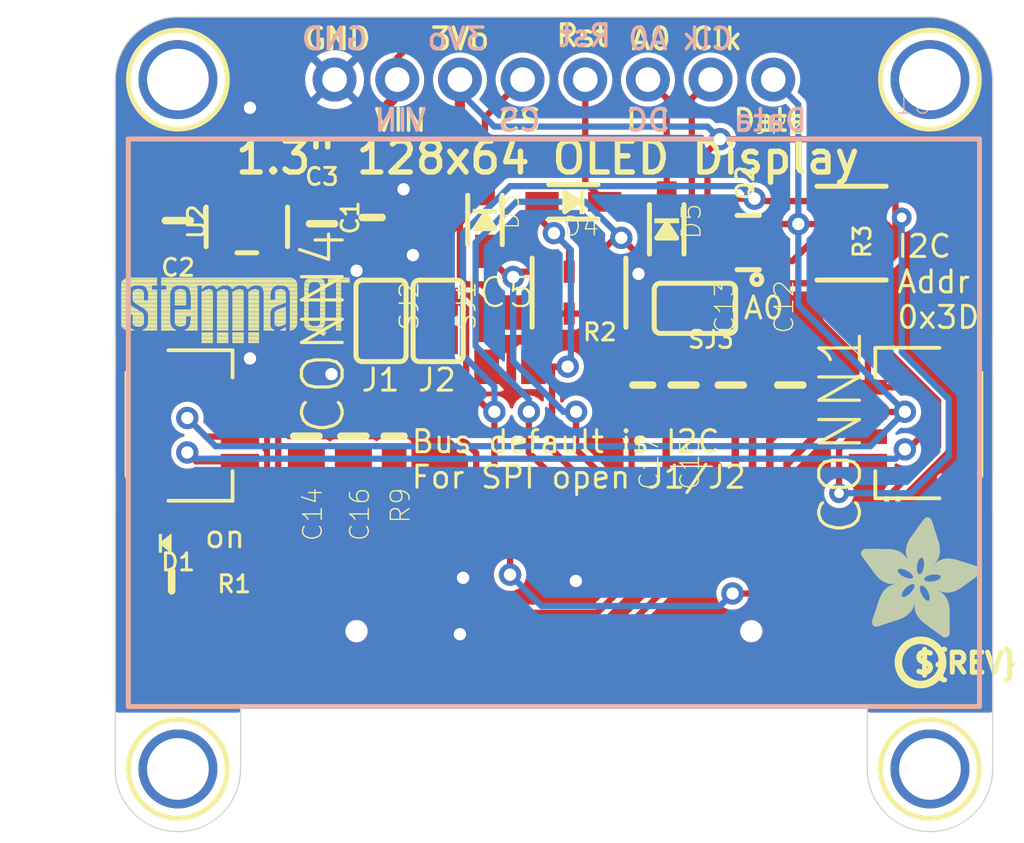
<source format=kicad_pcb>
(kicad_pcb (version 20221018) (generator pcbnew)
  (layers (0 "F.Cu" signal) (31 "B.Cu" signal) (34 "B.Paste" user) (35 "F.Paste" user) (36 "B.SilkS" user "B.Silkscreen") (37 "F.SilkS" user "F.Silkscreen") (38 "B.Mask" user) (39 "F.Mask" user) (44 "Edge.Cuts" user))
  (net 0 "")
  (net 1 "GND")
  (net 2 "SDA")
  (net 3 "SCL")
  (net 4 "3.3V")
  (net 5 "VCC")
  (net 6 "N$2")
  (net 7 "D0/SCLK/SCK_3.3V")
  (net 8 "D1/MOSI/SDA1_3.3V")
  (net 9 "N$9")
  (net 10 "CS_3.3V")
  (net 11 "RST_3.3V")
  (net 12 "DC/SA0_3.3V")
  (net 13 "CS_5.0V")
  (net 14 "RST_5.0V")
  (net 15 "DC/SA0_5.0V")
  (net 16 "N$10")
  (net 17 "N$11")
  (net 18 "N$12")
  (net 19 "N$13")
  (net 20 "N$14")
  (net 21 "N$15")
  (net 22 "N$16")
  (net 23 "N$17")
  (footprint "working:STEMMAQT" (layer "F.Cu") (at 130.9751 101.7016)
    (fp_text reference "U$31" hide)
    (fp_text value "" hide)
  )
  (footprint "working:0805-NO" (layer "F.Cu") (at 138.4681 105.4862 -90)
    (fp_text reference "C14")
    (fp_text value "10uF")
  )
  (footprint "working:MOUNTINGHOLE_2.5_PLATED" (layer "F.Cu") (at 163.7411 91.0336)
    (fp_text reference "U$17" hide)
    (fp_text value "MOUNTINGHOLE2.5" hide)
  )
  (footprint "working:0805-NO" (layer "F.Cu") (at 155.6695 103.4136 90)
    (fp_text reference "C13")
    (fp_text value "2.2uF")
  )
  (footprint "working:SOLDERJUMPER_CLOSEDWIRE" (layer "F.Cu") (at 143.8087 100.8126 -90)
    (fp_text reference "SJ1")
    (fp_text value "")
  )
  (footprint "working:PCBFEAT-REV-040" (layer "F.Cu") (at 163.3601 114.6556)
    (fp_text reference "U$25" hide)
    (fp_text value "" hide)
  )
  (footprint "working:SOT23" (layer "F.Cu") (at 146.7231 101.5746)
    (fp_text reference "IC5")
    (fp_text value "APX803")
  )
  (footprint "working:ADAFRUIT_5MM" (layer "F.Cu") (at 160.9471 113.6396)
    (fp_text reference "U$8" hide)
    (fp_text value "" hide)
  )
  (footprint "working:SOD-323" (layer "F.Cu") (at 149.2885 95.9866 180)
    (fp_text reference "D4")
    (fp_text value "1N4148")
  )
  (footprint "working:RESPACK_4X0603" (layer "F.Cu") (at 160.5661 97.2566 90)
    (fp_text reference "R3")
    (fp_text value "10K")
  )
  (footprint "working:SOD-323" (layer "F.Cu") (at 145.7071 96.7232 -90)
    (fp_text reference "D3")
    (fp_text value "1N4148")
  )
  (footprint "working:0603-NO" (layer "F.Cu") (at 133.0071 111.3536)
    (fp_text reference "R1")
    (fp_text value "10K")
  )
  (footprint "working:0805-NO" (layer "F.Cu") (at 158.0825 103.4136 90)
    (fp_text reference "C12")
    (fp_text value "2.2uF")
  )
  (footprint "working:SOLDERJUMPER_CLOSEDWIRE" (layer "F.Cu") (at 141.4935 100.8126 -90)
    (fp_text reference "SJ2")
    (fp_text value "")
  )
  (footprint "working:0805-NO" (layer "F.Cu") (at 153.7565 103.4136 -90)
    (fp_text reference "C15")
    (fp_text value "10uF")
  )
  (footprint "working:0603-NO" (layer "F.Cu") (at 142.0241 105.4862 -90)
    (fp_text reference "R9")
    (fp_text value "390K")
  )
  (footprint "working:0603-NO" (layer "F.Cu") (at 152.1055 103.4136 -90)
    (fp_text reference "C17")
    (fp_text value "1uF")
  )
  (footprint "working:CHIPLED_0603_NOOUTLINE" (layer "F.Cu") (at 132.7531 109.8296 90)
    (fp_text reference "D1")
    (fp_text value "GREEN")
  )
  (footprint "working:0805-NO" (layer "F.Cu") (at 139.1031 96.8756 90)
    (fp_text reference "C3")
    (fp_text value "10uF")
  )
  (footprint "working:0805-NO" (layer "F.Cu") (at 133.2611 96.7486 -90)
    (fp_text reference "C2")
    (fp_text value "10uF")
  )
  (footprint "working:0603-NO" (layer "F.Cu") (at 141.1351 96.6216 90)
    (fp_text reference "C1")
    (fp_text value "0.1uF")
  )
  (footprint "working:JST_SH4" (layer "F.Cu") (at 163.7411 105.0036 90)
    (fp_text reference "CONN1")
    (fp_text value "STEMMA_I2C_QT" hide)
  )
  (footprint "working:SOLDERJUMPER_ARROW_NOPASTE" (layer "F.Cu") (at 154.2161 100.3046 180)
    (fp_text reference "SJ3")
    (fp_text value "")
  )
  (footprint "working:SOT363" (layer "F.Cu") (at 156.3751 97.6376 90)
    (fp_text reference "Q2")
    (fp_text value "BSS138")
  )
  (footprint "working:SOD-323" (layer "F.Cu") (at 153.0731 97.1042 -90)
    (fp_text reference "D5")
    (fp_text value "1N4148")
  )
  (footprint "working:MOUNTINGHOLE_2.5_PLATED" (layer "F.Cu") (at 163.7411 118.9736)
    (fp_text reference "U$21" hide)
    (fp_text value "MOUNTINGHOLE2.5" hide)
  )
  (footprint "working:RESPACK_4X0603" (layer "F.Cu") (at 149.5171 99.6696 180)
    (fp_text reference "R2")
    (fp_text value "10K")
  )
  (footprint "working:SOT23-5" (layer "F.Cu") (at 136.0551 97.0026 180)
    (fp_text reference "U2")
    (fp_text value "AP2112K-3.3")
  )
  (footprint "working:0805-NO" (layer "F.Cu") (at 140.3731 105.4862 -90)
    (fp_text reference "C16")
    (fp_text value "10uF")
  )
  (footprint "working:JST_SH4" (layer "F.Cu") (at 133.2611 105.0036 -90)
    (fp_text reference "CONN4")
    (fp_text value "STEMMA_I2C_QT" hide)
  )
  (footprint "working:FIDUCIAL_1MM" (layer "F.Cu") (at 133.0071 113.5761)
    (fp_text reference "FID3" hide)
    (fp_text value "FIDUCIAL_1MM" hide)
  )
  (footprint "working:MOUNTINGHOLE_2.5_PLATED" (layer "F.Cu") (at 133.2611 91.0336)
    (fp_text reference "U$1" hide)
    (fp_text value "MOUNTINGHOLE2.5" hide)
  )
  (footprint "working:1X08_ROUND_70" (layer "F.Cu") (at 148.5011 91.0336 180)
    (fp_text reference "JP2")
    (fp_text value "")
  )
  (footprint "working:FIDUCIAL_1MM" (layer "F.Cu") (at 164.5031 95.6945)
    (fp_text reference "FID4" hide)
    (fp_text value "FIDUCIAL_1MM" hide)
  )
  (footprint "working:MOUNTINGHOLE_2.5_PLATED" (layer "F.Cu") (at 133.2611 118.9736)
    (fp_text reference "U$19" hide)
    (fp_text value "MOUNTINGHOLE2.5" hide)
  )
  (footprint "working:UG-2864HSWEG01_1.3_WRAPAROUND" (layer "B.Cu") (at 148.5011 108.9406 180)
    (fp_text reference "U1")
    (fp_text value "UG-2864HSWEG01")
  )
  (gr_line (start 130.7211 91.0336) (end 130.7211 118.9736) (stroke (width 0.05)) (layer "Edge.Cuts"))
  (gr_line (start 161.2011 116.4336) (end 161.2011 118.9736) (stroke (width 0.05)) (layer "Edge.Cuts"))
  (gr_line (start 135.8011 118.9736) (end 135.8011 116.4336) (stroke (width 0.05)) (layer "Edge.Cuts"))
  (gr_line (start 163.7411 88.4936) (end 133.2611 88.4936) (stroke (width 0.05)) (layer "Edge.Cuts"))
  (gr_arc (start 166.2811 118.9736) (mid 165.537151 120.769651) (end 163.7411 121.5136) (stroke (width 0.05)) (layer "Edge.Cuts"))
  (gr_arc (start 163.7411 88.4936) (mid 165.537151 89.237549) (end 166.2811 91.0336) (stroke (width 0.05)) (layer "Edge.Cuts"))
  (gr_line (start 135.8011 116.4336) (end 161.2011 116.4336) (stroke (width 0.05)) (layer "Edge.Cuts"))
  (gr_arc (start 135.8011 118.9736) (mid 135.057151 120.769651) (end 133.2611 121.5136) (stroke (width 0.05)) (layer "Edge.Cuts"))
  (gr_arc (start 133.2611 121.5136) (mid 131.465049 120.769651) (end 130.7211 118.9736) (stroke (width 0.05)) (layer "Edge.Cuts"))
  (gr_arc (start 163.7411 121.5136) (mid 161.945049 120.769651) (end 161.2011 118.9736) (stroke (width 0.05)) (layer "Edge.Cuts"))
  (gr_line (start 166.2811 118.9736) (end 166.2811 91.0336) (stroke (width 0.05)) (layer "Edge.Cuts"))
  (gr_arc (start 130.7211 91.0336) (mid 131.465049 89.237549) (end 133.2611 88.4936) (stroke (width 0.05)) (layer "Edge.Cuts"))
  (gr_text "Data" (at 157.2641 92.6846) (layer "B.SilkS") (effects (font (size 0.87376 0.87376) (thickness 0.14224)) (justify mirror)))
  (gr_text "GND" (at 139.6111 89.3826) (layer "B.SilkS") (effects (font (size 0.87376 0.87376) (thickness 0.14224)) (justify mirror)))
  (gr_text "Clk" (at 154.7241 89.3826) (layer "B.SilkS") (effects (font (size 0.87376 0.87376) (thickness 0.14224)) (justify mirror)))
  (gr_text "3Vo" (at 144.5641 89.3826) (layer "B.SilkS") (effects (font (size 0.87376 0.87376) (thickness 0.14224)) (justify mirror)))
  (gr_text "CS" (at 147.1041 92.6846) (layer "B.SilkS") (effects (font (size 0.87376 0.87376) (thickness 0.14224)) (justify mirror)))
  (gr_text "VIN" (at 142.2781 92.6846) (layer "B.SilkS") (effects (font (size 0.87376 0.87376) (thickness 0.14224)) (justify mirror)))
  (gr_text "Rst" (at 149.7711 89.2556) (layer "B.SilkS") (effects (font (size 0.87376 0.87376) (thickness 0.14224)) (justify mirror)))
  (gr_text "A0" (at 152.3111 89.3826) (layer "B.SilkS") (effects (font (size 0.87376 0.87376) (thickness 0.14224)) (justify mirror)))
  (gr_text "DC" (at 152.3111 92.6846) (layer "B.SilkS") (effects (font (size 0.87376 0.87376) (thickness 0.14224)) (justify mirror)))
  (gr_text "3Vo" (at 144.6911 89.3826) (layer "F.SilkS") (effects (font (size 0.87376 0.87376) (thickness 0.14224))))
  (gr_text "GND" (at 139.7381 89.3826) (layer "F.SilkS") (effects (font (size 0.87376 0.87376) (thickness 0.14224))))
  (gr_text "A0" (at 152.4381 89.3826) (layer "F.SilkS") (effects (font (size 0.87376 0.87376) (thickness 0.14224))))
  (gr_text "A0" (at 156.1211 100.8126) (layer "F.SilkS") (effects (font (size 0.89408 0.89408) (thickness 0.12192)) (justify left bottom)))
  (gr_text "DC" (at 152.3111 92.6846) (layer "F.SilkS") (effects (font (size 0.87376 0.87376) (thickness 0.14224))))
  (gr_text "Bus default is I2C\nFor SPI open J1/J2" (at 142.6591 107.6706) (layer "F.SilkS") (effects (font (size 0.89408 0.89408) (thickness 0.12192)) (justify left bottom)))
  (gr_text "on" (at 134.2771 110.0836) (layer "F.SilkS") (effects (font (size 0.89408 0.89408) (thickness 0.12192)) (justify left bottom)))
  (gr_text "J1" (at 140.6271 103.7336) (layer "F.SilkS") (effects (font (size 0.89408 0.89408) (thickness 0.12192)) (justify left bottom)))
  (gr_text "VIN" (at 142.2781 92.6846) (layer "F.SilkS") (effects (font (size 0.87376 0.87376) (thickness 0.14224))))
  (gr_text "I2C\nAddr\n0x3D" (at 162.3441 101.1936) (layer "F.SilkS") (effects (font (size 0.89408 0.89408) (thickness 0.12192)) (justify left bottom)))
  (gr_text "Data" (at 157.2641 92.6846) (layer "F.SilkS") (effects (font (size 0.87376 0.87376) (thickness 0.14224))))
  (gr_text "CS" (at 147.1041 92.6846) (layer "F.SilkS") (effects (font (size 0.87376 0.87376) (thickness 0.14224))))
  (gr_text "J2" (at 142.9131 103.7336) (layer "F.SilkS") (effects (font (size 0.89408 0.89408) (thickness 0.12192)) (justify left bottom)))
  (gr_text "1.3\" 128x64 OLED Display" (at 148.2471 94.2086) (layer "F.SilkS") (effects (font (size 1.25222 1.25222) (thickness 0.22098))))
  (gr_text "Clk" (at 155.1051 89.3826) (layer "F.SilkS") (effects (font (size 0.87376 0.87376) (thickness 0.14224))))
  (gr_text "Rst" (at 149.6441 89.2556) (layer "F.SilkS") (effects (font (size 0.87376 0.87376) (thickness 0.14224))))
  (via (at 139.4841 102.9716) (size 0.9064) (drill 0.5) (layers "F.Cu" "B.Cu") (net 1))
  (via (at 142.4051 95.4786) (size 0.9064) (drill 0.5) (layers "F.Cu" "B.Cu") (net 1))
  (via (at 149.3901 111.3536) (size 0.9064) (drill 0.5) (layers "F.Cu" "B.Cu") (net 1))
  (via (at 140.5001 98.7806) (size 0.9064) (drill 0.5) (layers "F.Cu" "B.Cu") (net 1))
  (via (at 144.6911 113.5126) (size 0.9064) (drill 0.5) (layers "F.Cu" "B.Cu") (net 1))
  (via (at 136.1821 102.3366) (size 0.9064) (drill 0.5) (layers "F.Cu" "B.Cu") (net 1))
  (via (at 142.7861 98.1456) (size 0.9064) (drill 0.5) (layers "F.Cu" "B.Cu") (net 1))
  (via (at 136.1821 92.1766) (size 0.9064) (drill 0.5) (layers "F.Cu" "B.Cu") (net 1))
  (via (at 144.8181 111.2266) (size 0.9064) (drill 0.5) (layers "F.Cu" "B.Cu") (net 1))
  (via (at 151.9301 98.9076) (size 0.9064) (drill 0.5) (layers "F.Cu" "B.Cu") (net 1))
  (segment (start 161.2271 104.5036) (end 162.7171 104.5036) (width 0.254) (layer "F.Cu") (net 2))
  (segment (start 162.7171 104.5036) (end 162.7251 104.4956) (width 0.254) (layer "F.Cu") (net 2))
  (segment (start 158.4071 96.8876) (end 157.2751 96.8876) (width 0.254) (layer "F.Cu") (net 2))
  (segment (start 134.3961 105.5036) (end 133.6421 104.7496) (width 0.254) (layer "F.Cu") (net 2))
  (segment (start 159.6851 96.8876) (end 159.7161 96.8566) (width 0.254) (layer "F.Cu") (net 2))
  (segment (start 158.4071 96.8876) (end 159.6851 96.8876) (width 0.254) (layer "F.Cu") (net 2))
  (segment (start 135.7751 105.5036) (end 134.3961 105.5036) (width 0.254) (layer "F.Cu") (net 2))
  (via (at 133.6421 104.7496) (size 0.9064) (drill 0.5) (layers "F.Cu" "B.Cu") (net 2))
  (via (at 158.4071 96.8876) (size 0.9064) (drill 0.5) (layers "F.Cu" "B.Cu") (net 2))
  (via (at 162.7251 104.4956) (size 0.9064) (drill 0.5) (layers "F.Cu" "B.Cu") (net 2))
  (segment (start 133.6421 104.7496) (end 134.7851 105.8926) (width 0.254) (layer "B.Cu") (net 2))
  (segment (start 134.7851 105.8926) (end 161.3281 105.8926) (width 0.254) (layer "B.Cu") (net 2))
  (segment (start 158.4071 92.0496) (end 157.3911 91.0336) (width 0.254) (layer "B.Cu") (net 2))
  (segment (start 162.7251 104.4956) (end 158.4071 100.1776) (width 0.254) (layer "B.Cu") (net 2))
  (segment (start 158.4071 100.1776) (end 158.4071 96.8876) (width 0.254) (layer "B.Cu") (net 2))
  (segment (start 158.4071 96.8876) (end 158.4071 92.0496) (width 0.254) (layer "B.Cu") (net 2))
  (segment (start 161.3281 105.8926) (end 162.7251 104.4956) (width 0.254) (layer "B.Cu") (net 2))
  (segment (start 163.6141 104.2416) (end 162.8761 103.5036) (width 0.254) (layer "F.Cu") (net 3))
  (segment (start 161.2271 102.1066) (end 161.2271 103.5036) (width 0.254) (layer "F.Cu") (net 3))
  (segment (start 162.7251 106.0196) (end 162.7886 106.0831) (width 0.254) (layer "F.Cu") (net 3))
  (segment (start 135.7751 106.5036) (end 133.9991 106.5036) (width 0.254) (layer "F.Cu") (net 3))
  (segment (start 162.8761 103.5036) (end 161.2271 103.5036) (width 0.254) (layer "F.Cu") (net 3))
  (segment (start 154.0891 91.7956) (end 154.8511 91.0336) (width 0.254) (layer "F.Cu") (net 3))
  (segment (start 158.9841 99.2886) (end 159.7161 98.5566) (width 0.254) (layer "F.Cu") (net 3))
  (segment (start 156.2481 99.2886) (end 155.4751 98.5156) (width 0.254) (layer "F.Cu") (net 3))
  (segment (start 163.6141 105.2576) (end 162.7886 106.0831) (width 0.254) (layer "F.Cu") (net 3))
  (segment (start 159.7161 98.5566) (end 159.7161 100.5956) (width 0.254) (layer "F.Cu") (net 3))
  (segment (start 154.8391 98.3876) (end 154.0891 97.6376) (width 0.254) (layer "F.Cu") (net 3))
  (segment (start 155.4751 98.3876) (end 154.8391 98.3876) (width 0.254) (layer "F.Cu") (net 3))
  (segment (start 161.2271 102.1066) (end 159.7161 100.5956) (width 0.254) (layer "F.Cu") (net 3))
  (segment (start 154.0891 97.6376) (end 154.0891 91.7956) (width 0.254) (layer "F.Cu") (net 3))
  (segment (start 133.9991 106.5036) (end 133.6421 106.1466) (width 0.254) (layer "F.Cu") (net 3))
  (segment (start 155.4751 98.5156) (end 155.4751 98.3876) (width 0.254) (layer "F.Cu") (net 3))
  (segment (start 163.6141 105.2576) (end 163.6141 104.2416) (width 0.254) (layer "F.Cu") (net 3))
  (segment (start 156.2481 99.2886) (end 158.9841 99.2886) (width 0.254) (layer "F.Cu") (net 3))
  (via (at 162.7251 106.0196) (size 0.9064) (drill 0.5) (layers "F.Cu" "B.Cu") (net 3))
  (via (at 133.6421 106.1466) (size 0.9064) (drill 0.5) (layers "F.Cu" "B.Cu") (net 3))
  (segment (start 162.3441 106.4006) (end 133.8961 106.4006) (width 0.254) (layer "B.Cu") (net 3))
  (segment (start 162.3441 106.4006) (end 162.7251 106.0196) (width 0.254) (layer "B.Cu") (net 3))
  (segment (start 133.6421 106.1466) (end 133.8961 106.4006) (width 0.254) (layer "B.Cu") (net 3))
  (segment (start 149.9171 100.5196) (end 149.8981 100.5196) (width 0.254) (layer "F.Cu") (net 4))
  (segment (start 138.626 98.3027) (end 137.0051 98.3027) (width 0.4064) (layer "F.Cu") (net 4))
  (segment (start 158.9061 93.4466) (end 155.2321 93.4466) (width 0.254) (layer "F.Cu") (net 4))
  (segment (start 155.1051 97.6376) (end 154.7241 97.2566) (width 0.254) (layer "F.Cu") (net 4))
  (segment (start 144.6911 96.7486) (end 144.3491 97.0906) (width 0.4064) (layer "F.Cu") (net 4))
  (segment (start 144.6911 91.0336) (end 144.6911 96.6216) (width 0.4064) (layer "F.Cu") (net 4))
  (segment (start 144.6911 96.6216) (end 144.6911 96.7486) (width 0.4064) (layer "F.Cu") (net 4))
  (segment (start 133.5031 109.8296) (end 134.7851 109.8296) (width 0.254) (layer "F.Cu") (net 4))
  (segment (start 141.3891 99.9462) (end 141.3891 97.4716) (width 0.4064) (layer "F.Cu") (net 4))
  (segment (start 149.1171 100.5196) (end 148.2171 100.5196) (width 0.254) (layer "F.Cu") (net 4))
  (segment (start 153.0511 109.1406) (end 153.0511 108.8136) (width 0.3048) (layer "F.Cu") (net 4))
  (segment (start 160.5661 97.2566) (end 160.5661 96.3676) (width 0.254) (layer "F.Cu") (net 4))
  (segment (start 141.4935 100.0506) (end 141.3891 99.9462) (width 0.4064) (layer "F.Cu") (net 4))
  (segment (start 154.7241 93.9546) (end 155.2321 93.4466) (width 0.254) (layer "F.Cu") (net 4))
  (segment (start 160.9771 95.9566) (end 161.4161 95.9566) (width 0.254) (layer "F.Cu") (net 4))
  (segment (start 161.4161 97.6566) (end 160.9661 97.6566) (width 0.254) (layer "F.Cu") (net 4))
  (segment (start 151.1681 104.1146) (end 151.1681 101.9556) (width 0.254) (layer "F.Cu") (net 4))
  (segment (start 155.4751 97.6376) (end 155.1051 97.6376) (width 0.254) (layer "F.Cu") (net 4))
  (segment (start 153.0511 111.6296) (end 153.0511 108.8136) (width 0.254) (layer "F.Cu") (net 4))
  (segment (start 146.7681 100.5196) (end 146.7231 100.4746) (width 0.254) (layer "F.Cu") (net 4))
  (segment (start 141.1351 97.4716) (end 139.3571 97.4716) (width 0.4064) (layer "F.Cu") (net 4))
  (segment (start 139.1031 97.8256) (end 138.626 98.3027) (width 0.4064) (layer "F.Cu") (net 4))
  (segment (start 149.8981 99.9236) (end 149.8981 100.5196) (width 0.254) (layer "F.Cu") (net 4))
  (segment (start 154.7241 97.2566) (end 154.7241 93.9546) (width 0.254) (layer "F.Cu") (net 4))
  (segment (start 151.4919 99.7394) (end 150.0823 99.7394) (width 0.254) (layer "F.Cu") (net 4))
  (segment (start 160.9661 97.6566) (end 160.5661 97.2566) (width 0.254) (layer "F.Cu") (net 4))
  (segment (start 152.1055 104.2636) (end 151.3171 104.2636) (width 0.254) (layer "F.Cu") (net 4))
  (segment (start 152.1055 104.2636) (end 153.6565 104.2636) (width 0.4064) (layer "F.Cu") (net 4))
  (segment (start 148.2171 100.5196) (end 146.7681 100.5196) (width 0.254) (layer "F.Cu") (net 4))
  (segment (start 155.1511 106.7006) (end 154.9781 106.5276) (width 0.3048) (layer "F.Cu") (net 4))
  (segment (start 150.1521 114.5286) (end 153.0511 111.6296) (width 0.254) (layer "F.Cu") (net 4))
  (segment (start 160.5661 96.3676) (end 160.9771 95.9566) (width 0.254) (layer "F.Cu") (net 4))
  (segment (start 144.6911 99.0776) (end 144.6911 96.6216) (width 0.254) (layer "F.Cu") (net 4))
  (segment (start 145.5801 99.3316) (end 144.9451 99.3316) (width 0.254) (layer "F.Cu") (net 4))
  (segment (start 151.8031 100.0506) (end 151.4919 99.7394) (width 0.254) (layer "F.Cu") (net 4))
  (segment (start 144.3491 97.0906) (end 141.3891 97.0906) (width 0.4064) (layer "F.Cu") (net 4))
  (segment (start 153.0511 104.869) (end 153.6565 104.2636) (width 0.3048) (layer "F.Cu") (net 4))
  (segment (start 144.9451 99.3316) (end 144.6911 99.0776) (width 0.254) (layer "F.Cu") (net 4))
  (segment (start 139.1031 97.7256) (end 139.1031 97.8256) (width 0.4064) (layer "F.Cu") (net 4))
  (segment (start 150.0823 99.7394) (end 149.8981 99.9236) (width 0.254) (layer "F.Cu") (net 4))
  (segment (start 149.8981 100.5196) (end 149.1171 100.5196) (width 0.254) (layer "F.Cu") (net 4))
  (segment (start 139.3571 97.4716) (end 139.1031 97.7256) (width 0.4064) (layer "F.Cu") (net 4))
  (segment (start 141.3891 97.4716) (end 141.1351 97.4716) (width 0.4064) (layer "F.Cu") (net 4))
  (segment (start 151.1681 101.9556) (end 151.8031 101.3206) (width 0.254) (layer "F.Cu") (net 4))
  (segment (start 157.2751 97.6376) (end 155.4751 97.6376) (width 0.254) (layer "F.Cu") (net 4))
  (segment (start 153.0511 108.8136) (end 153.0511 106.5276) (width 0.3048) (layer "F.Cu") (net 4))
  (segment (start 161.4161 95.9566) (end 158.9061 93.4466) (width 0.254) (layer "F.Cu") (net 4))
  (segment (start 151.3171 104.2636) (end 151.1681 104.1146) (width 0.254) (layer "F.Cu") (net 4))
  (segment (start 139.4841 114.5286) (end 150.1521 114.5286) (width 0.254) (layer "F.Cu") (net 4))
  (segment (start 141.3891 97.4716) (end 141.3891 97.0906) (width 0.4064) (layer "F.Cu") (net 4))
  (segment (start 134.7851 109.8296) (end 139.4841 114.5286) (width 0.254) (layer "F.Cu") (net 4))
  (segment (start 153.6565 104.2636) (end 153.7565 104.3636) (width 0.4064) (layer "F.Cu") (net 4))
  (segment (start 155.1511 109.1406) (end 155.1511 106.7006) (width 0.3048) (layer "F.Cu") (net 4))
  (segment (start 146.7231 100.4746) (end 145.5801 99.3316) (width 0.254) (layer "F.Cu") (net 4))
  (segment (start 151.8031 101.3206) (end 151.8031 100.0506) (width 0.254) (layer "F.Cu") (net 4))
  (segment (start 153.0511 106.5276) (end 153.0511 104.869) (width 0.3048) (layer "F.Cu") (net 4))
  (segment (start 154.9781 106.5276) (end 153.0511 106.5276) (width 0.3048) (layer "F.Cu") (net 4))
  (via (at 155.2321 93.4466) (size 0.9064) (drill 0.5) (layers "F.Cu" "B.Cu") (net 4))
  (segment (start 154.7241 92.9386) (end 146.0881 92.9386) (width 0.254) (layer "B.Cu") (net 4))
  (segment (start 155.2321 93.4466) (end 154.7241 92.9386) (width 0.254) (layer "B.Cu") (net 4))
  (segment (start 146.0881 92.9386) (end 144.6911 91.5416) (width 0.254) (layer "B.Cu") (net 4))
  (segment (start 144.6911 91.5416) (end 144.6911 91.0336) (width 0.254) (layer "B.Cu") (net 4))
  (segment (start 158.0261 89.7636) (end 162.3441 94.0816) (width 0.254) (layer "F.Cu") (net 5))
  (segment (start 142.1511 91.0336) (end 142.1511 90.1446) (width 0.254) (layer "F.Cu") (net 5))
  (segment (start 142.1511 90.1446) (end 142.5321 89.7636) (width 0.254) (layer "F.Cu") (net 5))
  (segment (start 161.9441 96.8566) (end 162.3441 97.2566) (width 0.254) (layer "F.Cu") (net 5))
  (segment (start 133.8961 100.6856) (end 133.8961 103.7336) (width 0.4064) (layer "F.Cu") (net 5))
  (segment (start 162.3441 97.2566) (end 162.3441 98.1456) (width 0.254) (layer "F.Cu") (net 5))
  (segment (start 131.9911 96.2406) (end 131.9911 98.7806) (width 0.4064) (layer "F.Cu") (net 5))
  (segment (start 162.3441 97.2566) (end 162.3441 96.8756) (width 0.254) (layer "F.Cu") (net 5))
  (segment (start 135.1051 95.7025) (end 133.3572 95.7025) (width 0.4064) (layer "F.Cu") (net 5))
  (segment (start 131.9911 96.2406) (end 132.4331 95.7986) (width 0.4064) (layer "F.Cu") (net 5))
  (segment (start 137.5791 93.3196) (end 140.5001 93.3196) (width 0.4064) (layer "F.Cu") (net 5))
  (segment (start 161.4161 96.8566) (end 161.9441 96.8566) (width 0.254) (layer "F.Cu") (net 5))
  (segment (start 135.1051 96.4336) (end 135.4201 96.7486) (width 0.4064) (layer "F.Cu") (net 5))
  (segment (start 162.3441 96.8756) (end 162.4711 96.7486) (width 0.254) (layer "F.Cu") (net 5))
  (segment (start 160.0581 107.7976) (end 160.0581 106.0196) (width 0.254) (layer "F.Cu") (net 5))
  (segment (start 135.1051 95.7025) (end 135.1051 96.4336) (width 0.4064) (layer "F.Cu") (net 5))
  (segment (start 162.3441 98.1456) (end 161.9331 98.5566) (width 0.254) (layer "F.Cu") (net 5))
  (segment (start 162.3441 94.0816) (end 162.3441 96.7486) (width 0.254) (layer "F.Cu") (net 5))
  (segment (start 133.2611 95.7986) (end 133.3572 95.7025) (width 0.4064) (layer "F.Cu") (net 5))
  (segment (start 135.4201 96.7486) (end 136.5631 96.7486) (width 0.4064) (layer "F.Cu") (net 5))
  (segment (start 142.1511 91.6686) (end 142.1511 91.0336) (width 0.4064) (layer "F.Cu") (net 5))
  (segment (start 162.4711 96.7486) (end 162.5981 96.6216) (width 0.254) (layer "F.Cu") (net 5))
  (segment (start 134.6661 104.5036) (end 135.7751 104.5036) (width 0.4064) (layer "F.Cu") (net 5))
  (segment (start 137.0051 95.7025) (end 137.0051 93.8936) (width 0.4064) (layer "F.Cu") (net 5))
  (segment (start 132.4331 95.7986) (end 133.2611 95.7986) (width 0.4064) (layer "F.Cu") (net 5))
  (segment (start 137.0051 96.3066) (end 137.0051 95.7025) (width 0.4064) (layer "F.Cu") (net 5))
  (segment (start 131.9911 98.7806) (end 133.8961 100.6856) (width 0.4064) (layer "F.Cu") (net 5))
  (segment (start 160.0581 106.0196) (end 160.5741 105.5036) (width 0.254) (layer "F.Cu") (net 5))
  (segment (start 162.4711 96.7486) (end 162.3441 96.7486) (width 0.254) (layer "F.Cu") (net 5))
  (segment (start 142.5321 89.7636) (end 158.0261 89.7636) (width 0.254) (layer "F.Cu") (net 5))
  (segment (start 137.0051 93.8936) (end 137.5791 93.3196) (width 0.4064) (layer "F.Cu") (net 5))
  (segment (start 140.5001 93.3196) (end 142.1511 91.6686) (width 0.4064) (layer "F.Cu") (net 5))
  (segment (start 160.5741 105.5036) (end 161.2271 105.5036) (width 0.254) (layer "F.Cu") (net 5))
  (segment (start 133.8961 103.7336) (end 134.6661 104.5036) (width 0.4064) (layer "F.Cu") (net 5))
  (segment (start 161.9331 98.5566) (end 161.4161 98.5566) (width 0.254) (layer "F.Cu") (net 5))
  (segment (start 136.5631 96.7486) (end 137.0051 96.3066) (width 0.4064) (layer "F.Cu") (net 5))
  (via (at 162.5981 96.6216) (size 0.8001) (drill 0.3937) (layers "F.Cu" "B.Cu") (net 5))
  (via (at 160.0581 107.7976) (size 0.8001) (drill 0.3937) (layers "F.Cu" "B.Cu") (net 5))
  (segment (start 164.5031 106.2736) (end 162.9791 107.7976) (width 0.254) (layer "B.Cu") (net 5))
  (segment (start 162.5981 102.0826) (end 164.5031 103.9876) (width 0.254) (layer "B.Cu") (net 5))
  (segment (start 162.9791 107.7976) (end 160.0581 107.7976) (width 0.254) (layer "B.Cu") (net 5))
  (segment (start 164.5031 103.9876) (end 164.5031 106.2736) (width 0.254) (layer "B.Cu") (net 5))
  (segment (start 162.5981 96.6216) (end 162.5981 102.0826) (width 0.254) (layer "B.Cu") (net 5))
  (segment (start 132.0031 111.1996) (end 132.0031 109.8296) (width 0.254) (layer "F.Cu") (net 6))
  (segment (start 132.1571 111.3536) (end 132.0031 111.1996) (width 0.254) (layer "F.Cu") (net 6))
  (segment (start 162.2171 108.6866) (end 159.0421 111.8616) (width 0.254) (layer "F.Cu") (net 7))
  (segment (start 159.0421 111.8616) (end 155.7401 111.8616) (width 0.254) (layer "F.Cu") (net 7))
  (segment (start 160.6359 98.334425) (end 160.6359 100.616819) (width 0.254) (layer "F.Cu") (net 7))
  (segment (start 158.1651 98.3876) (end 158.9151 97.6376) (width 0.254) (layer "F.Cu") (net 7))
  (segment (start 162.2171 107.7625) (end 162.2171 108.6866) (width 0.254) (layer "F.Cu") (net 7))
  (segment (start 164.0713 104.052219) (end 164.0713 105.9083) (width 0.254) (layer "F.Cu") (net 7))
  (segment (start 160.6359 100.616819) (end 164.0713 104.052219) (width 0.254) (layer "F.Cu") (net 7))
  (segment (start 146.7231 111.0996) (end 146.7231 109.1686) (width 0.254) (layer "F.Cu") (net 7))
  (segment (start 157.2751 98.3876) (end 158.1651 98.3876) (width 0.254) (layer "F.Cu") (net 7))
  (segment (start 164.0713 105.9083) (end 162.2171 107.7625) (width 0.254) (layer "F.Cu") (net 7))
  (segment (start 158.9151 97.6376) (end 159.6971 97.6376) (width 0.254) (layer "F.Cu") (net 7))
  (segment (start 159.958075 97.6566) (end 160.6359 98.334425) (width 0.254) (layer "F.Cu") (net 7))
  (segment (start 159.7161 97.6566) (end 159.958075 97.6566) (width 0.254) (layer "F.Cu") (net 7))
  (segment (start 146.7231 109.1686) (end 146.7511 109.1406) (width 0.254) (layer "F.Cu") (net 7))
  (segment (start 159.6971 97.6376) (end 159.7161 97.6566) (width 0.254) (layer "F.Cu") (net 7))
  (via (at 146.7231 111.0996) (size 0.9064) (drill 0.5) (layers "F.Cu" "B.Cu") (net 7))
  (via (at 155.7401 111.8616) (size 0.9064) (drill 0.5) (layers "F.Cu" "B.Cu") (net 7))
  (segment (start 147.9931 112.3696) (end 146.7231 111.0996) (width 0.254) (layer "B.Cu") (net 7))
  (segment (start 155.7401 111.8616) (end 155.2321 112.3696) (width 0.254) (layer "B.Cu") (net 7))
  (segment (start 155.2321 112.3696) (end 147.9931 112.3696) (width 0.254) (layer "B.Cu") (net 7))
  (segment (start 144.6911 100.0506) (end 144.9429 100.3024) (width 0.254) (layer "F.Cu") (net 8))
  (segment (start 155.4751 96.8876) (end 155.4751 96.1246) (width 0.254) (layer "F.Cu") (net 8))
  (segment (start 143.8087 100.0506) (end 144.6911 100.0506) (width 0.254) (layer "F.Cu") (net 8))
  (segment (start 144.9429 103.511375) (end 146.0881 104.656575) (width 0.254) (layer "F.Cu") (net 8))
  (segment (start 146.0881 109.1036) (end 146.0511 109.1406) (width 0.254) (layer "F.Cu") (net 8))
  (segment (start 144.9429 100.3024) (end 144.9429 103.511375) (width 0.254) (layer "F.Cu") (net 8))
  (segment (start 146.0881 104.4956) (end 146.0881 104.656575) (width 0.254) (layer "F.Cu") (net 8))
  (segment (start 155.7401 95.8596) (end 156.6291 95.8596) (width 0.254) (layer "F.Cu") (net 8))
  (segment (start 156.7261 95.9566) (end 156.6291 95.8596) (width 0.254) (layer "F.Cu") (net 8))
  (segment (start 159.7161 95.9566) (end 156.7261 95.9566) (width 0.254) (layer "F.Cu") (net 8))
  (segment (start 146.0881 104.656575) (end 146.0881 109.1036) (width 0.254) (layer "F.Cu") (net 8))
  (segment (start 155.4751 96.1246) (end 155.7401 95.8596) (width 0.254) (layer "F.Cu") (net 8))
  (via (at 146.0881 104.4956) (size 0.9064) (drill 0.5) (layers "F.Cu" "B.Cu") (net 8))
  (via (at 156.6291 95.8596) (size 0.9064) (drill 0.5) (layers "F.Cu" "B.Cu") (net 8))
  (segment (start 146.7231 95.3516) (end 144.8181 97.2566) (width 0.254) (layer "B.Cu") (net 8))
  (segment (start 156.6291 95.8596) (end 156.1211 95.3516) (width 0.254) (layer "B.Cu") (net 8))
  (segment (start 144.8181 102.2096) (end 146.0881 103.4796) (width 0.254) (layer "B.Cu") (net 8))
  (segment (start 156.1211 95.3516) (end 146.7231 95.3516) (width 0.254) (layer "B.Cu") (net 8))
  (segment (start 146.0881 103.4796) (end 146.0881 104.4956) (width 0.254) (layer "B.Cu") (net 8))
  (segment (start 144.8181 97.2566) (end 144.8181 102.2096) (width 0.254) (layer "B.Cu") (net 8))
  (segment (start 150.8171 101.5356) (end 150.6901 101.6626) (width 0.254) (layer "F.Cu") (net 9))
  (segment (start 150.2577 112.645) (end 151.6761 111.2266) (width 0.254) (layer "F.Cu") (net 9))
  (segment (start 137.3251 103.3526) (end 137.3251 110.7186) (width 0.254) (layer "F.Cu") (net 9))
  (segment (start 141.4935 101.5746) (end 139.1031 101.5746) (width 0.254) (layer "F.Cu") (net 9))
  (segment (start 139.1031 101.5746) (end 137.3251 103.3526) (width 0.254) (layer "F.Cu") (net 9))
  (segment (start 150.6901 101.6626) (end 150.6901 104.5256) (width 0.254) (layer "F.Cu") (net 9))
  (segment (start 150.6901 104.5256) (end 151.6511 105.4866) (width 0.254) (layer "F.Cu") (net 9))
  (segment (start 151.6511 105.4866) (end 151.6511 109.1406) (width 0.254) (layer "F.Cu") (net 9))
  (segment (start 137.3251 110.7186) (end 139.2515 112.645) (width 0.254) (layer "F.Cu") (net 9))
  (segment (start 151.6761 109.1656) (end 151.6511 109.1406) (width 0.254) (layer "F.Cu") (net 9))
  (segment (start 151.6761 111.2266) (end 151.6761 109.1656) (width 0.254) (layer "F.Cu") (net 9))
  (segment (start 150.8171 100.5196) (end 150.8171 101.5356) (width 0.254) (layer "F.Cu") (net 9))
  (segment (start 139.2515 112.645) (end 150.2577 112.645) (width 0.254) (layer "F.Cu") (net 9))
  (segment (start 146.8501 99.0346) (end 146.6541 99.0346) (width 0.254) (layer "F.Cu") (net 10))
  (segment (start 145.7071 98.0876) (end 145.7071 97.9932) (width 0.254) (layer "F.Cu") (net 10))
  (segment (start 146.6541 99.0346) (end 145.7071 98.0876) (width 0.254) (layer "F.Cu") (net 10))
  (segment (start 150.2511 106.872) (end 149.3987 106.0196) (width 0.254) (layer "F.Cu") (net 10))
  (segment (start 147.0651 98.8196) (end 148.2171 98.8196) (width 0.254) (layer "F.Cu") (net 10))
  (segment (start 147.0651 98.8196) (end 146.8501 99.0346) (width 0.254) (layer "F.Cu") (net 10))
  (segment (start 149.3987 104.4956) (end 149.3987 106.0196) (width 0.254) (layer "F.Cu") (net 10))
  (segment (start 150.2511 106.872) (end 150.2511 109.1406) (width 0.254) (layer "F.Cu") (net 10))
  (via (at 146.8501 99.0346) (size 0.9064) (drill 0.5) (layers "F.Cu" "B.Cu") (net 10))
  (via (at 149.3987 104.4956) (size 0.9064) (drill 0.5) (layers "F.Cu" "B.Cu") (net 10))
  (segment (start 149.3987 104.4956) (end 148.8907 104.4956) (width 0.254) (layer "B.Cu") (net 10))
  (segment (start 148.8907 104.4956) (end 146.8501 102.455) (width 0.254) (layer "B.Cu") (net 10))
  (segment (start 146.8501 99.0346) (end 146.8501 102.455) (width 0.254) (layer "B.Cu") (net 10))
  (segment (start 147.6731 102.6746) (end 149.0521 102.6746) (width 0.254) (layer "F.Cu") (net 11))
  (segment (start 148.0185 95.9866) (end 148.0185 96.774) (width 0.254) (layer "F.Cu") (net 11))
  (segment (start 148.5011 97.2566) (end 149.1171 97.8726) (width 0.254) (layer "F.Cu") (net 11))
  (segment (start 148.5011 97.2566) (end 148.0185 96.774) (width 0.254) (layer "F.Cu") (net 11))
  (segment (start 149.5511 107.1529) (end 148.42435 106.02615) (width 0.254) (layer "F.Cu") (net 11))
  (segment (start 148.42435 102.66735) (end 149.05935 102.66735) (width 0.254) (layer "F.Cu") (net 11))
  (segment (start 149.5511 109.1406) (end 149.5511 107.1529) (width 0.254) (layer "F.Cu") (net 11))
  (segment (start 149.0521 102.6746) (end 149.05935 102.66735) (width 0.254) (layer "F.Cu") (net 11))
  (segment (start 149.1171 97.8726) (end 149.1171 98.8196) (width 0.254) (layer "F.Cu") (net 11))
  (segment (start 148.42435 102.66735) (end 148.42435 106.02615) (width 0.254) (layer "F.Cu") (net 11))
  (via (at 149.05935 102.66735) (size 0.9064) (drill 0.5) (layers "F.Cu" "B.Cu") (net 11))
  (via (at 148.5011 97.2566) (size 0.9064) (drill 0.5) (layers "F.Cu" "B.Cu") (net 11))
  (segment (start 148.5011 97.2566) (end 149.18635 97.94185) (width 0.254) (layer "B.Cu") (net 11))
  (segment (start 149.18635 102.54035) (end 149.05935 102.66735) (width 0.254) (layer "B.Cu") (net 11))
  (segment (start 149.18635 97.94185) (end 149.18635 102.54035) (width 0.254) (layer "B.Cu") (net 11))
  (segment (start 153.0731 98.3742) (end 153.2001 98.5012) (width 0.254) (layer "F.Cu") (net 12))
  (segment (start 153.2001 98.5012) (end 153.2001 100.3046) (width 0.254) (layer "F.Cu") (net 12))
  (segment (start 148.8511 107.5126) (end 148.8511 109.1406) (width 0.254) (layer "F.Cu") (net 12))
  (segment (start 148.8511 107.5126) (end 147.4851 106.1466) (width 0.254) (layer "F.Cu") (net 12))
  (segment (start 153.0731 98.3742) (end 152.6921 97.9932) (width 0.254) (layer "F.Cu") (net 12))
  (segment (start 151.7777 97.9932) (end 151.2316 97.4471) (width 0.254) (layer "F.Cu") (net 12))
  (segment (start 147.4851 104.4956) (end 147.4851 106.1466) (width 0.254) (layer "F.Cu") (net 12))
  (segment (start 151.2316 97.4471) (end 151.1046 97.3201) (width 0.254) (layer "F.Cu") (net 12))
  (segment (start 152.6921 97.9932) (end 151.7777 97.9932) (width 0.254) (layer "F.Cu") (net 12))
  (segment (start 151.1046 97.3201) (end 149.9171 98.5076) (width 0.254) (layer "F.Cu") (net 12))
  (segment (start 149.9171 98.8196) (end 149.9171 98.5076) (width 0.254) (layer "F.Cu") (net 12))
  (via (at 151.2316 97.4471) (size 0.9064) (drill 0.5) (layers "F.Cu" "B.Cu") (net 12))
  (via (at 147.4851 104.4956) (size 0.9064) (drill 0.5) (layers "F.Cu" "B.Cu") (net 12))
  (segment (start 151.2316 97.4471) (end 149.7711 95.9866) (width 0.254) (layer "B.Cu") (net 12))
  (segment (start 147.4851 103.9876) (end 145.3261 101.8286) (width 0.254) (layer "B.Cu") (net 12))
  (segment (start 149.7711 95.9866) (end 146.9771 95.9866) (width 0.254) (layer "B.Cu") (net 12))
  (segment (start 147.4851 103.9876) (end 147.4851 104.4956) (width 0.254) (layer "B.Cu") (net 12))
  (segment (start 145.3261 97.6376) (end 145.3261 101.8286) (width 0.254) (layer "B.Cu") (net 12))
  (segment (start 146.9771 95.9866) (end 145.3261 97.6376) (width 0.254) (layer "B.Cu") (net 12))
  (segment (start 147.2311 91.0336) (end 145.7071 92.5576) (width 0.254) (layer "F.Cu") (net 13))
  (segment (start 145.7071 92.5576) (end 145.7071 95.4532) (width 0.254) (layer "F.Cu") (net 13))
  (segment (start 149.7711 91.0336) (end 149.7711 95.1992) (width 0.254) (layer "F.Cu") (net 14))
  (segment (start 149.7711 95.1992) (end 150.5585 95.9866) (width 0.254) (layer "F.Cu") (net 14))
  (segment (start 153.0731 91.7956) (end 152.3111 91.0336) (width 0.254) (layer "F.Cu") (net 15))
  (segment (start 153.0731 91.7956) (end 153.0731 95.8342) (width 0.254) (layer "F.Cu") (net 15))
  (segment (start 141.1511 109.1406) (end 141.1511 107.7816) (width 0.254) (layer "F.Cu") (net 16))
  (segment (start 141.1511 107.7816) (end 142.0241 106.9086) (width 0.254) (layer "F.Cu") (net 16))
  (segment (start 142.0241 106.9086) (end 142.0241 106.3362) (width 0.254) (layer "F.Cu") (net 16))
  (segment (start 159.4231 102.7176) (end 159.1691 102.4636) (width 0.3048) (layer "F.Cu") (net 17))
  (segment (start 157.9511 106.6026) (end 159.4231 105.1306) (width 0.3048) (layer "F.Cu") (net 17))
  (segment (start 157.9511 109.1406) (end 157.9511 106.6026) (width 0.3048) (layer "F.Cu") (net 17))
  (segment (start 159.4231 105.1306) (end 159.4231 102.7176) (width 0.3048) (layer "F.Cu") (net 17))
  (segment (start 159.1691 102.4636) (end 158.0825 102.4636) (width 0.3048) (layer "F.Cu") (net 17))
  (segment (start 157.2511 105.6516) (end 158.0825 104.8202) (width 0.3048) (layer "F.Cu") (net 18))
  (segment (start 157.2511 109.1406) (end 157.2511 105.6516) (width 0.3048) (layer "F.Cu") (net 18))
  (segment (start 158.0825 104.8202) (end 158.0825 104.3636) (width 0.3048) (layer "F.Cu") (net 18))
  (segment (start 156.8831 103.0986) (end 156.2481 102.4636) (width 0.3048) (layer "F.Cu") (net 19))
  (segment (start 156.5511 109.1406) (end 156.5511 105.4626) (width 0.3048) (layer "F.Cu") (net 19))
  (segment (start 156.5511 105.4626) (end 156.8831 105.1306) (width 0.3048) (layer "F.Cu") (net 19))
  (segment (start 156.8831 105.1306) (end 156.8831 103.0986) (width 0.3048) (layer "F.Cu") (net 19))
  (segment (start 156.2481 102.4636) (end 155.6695 102.4636) (width 0.3048) (layer "F.Cu") (net 19))
  (segment (start 155.8511 104.5452) (end 155.6695 104.3636) (width 0.3048) (layer "F.Cu") (net 20))
  (segment (start 155.8511 109.1406) (end 155.8511 104.5452) (width 0.3048) (layer "F.Cu") (net 20))
  (segment (start 138.4681 106.6902) (end 138.4681 106.4362) (width 0.254) (layer "F.Cu") (net 21))
  (segment (start 139.7511 107.9732) (end 138.4681 106.6902) (width 0.254) (layer "F.Cu") (net 21))
  (segment (start 139.7511 109.1406) (end 139.7511 107.9732) (width 0.254) (layer "F.Cu") (net 21))
  (segment (start 140.4511 106.5142) (end 140.3731 106.4362) (width 0.254) (layer "F.Cu") (net 22))
  (segment (start 140.4511 109.1406) (end 140.4511 106.5142) (width 0.254) (layer "F.Cu") (net 22))
  (segment (start 145.3511 109.1406) (end 145.3511 106.1716) (width 0.254) (layer "F.Cu") (net 23))
  (segment (start 143.8087 104.6292) (end 143.8087 101.5746) (width 0.254) (layer "F.Cu") (net 23))
  (segment (start 145.3511 106.1716) (end 143.8087 104.6292) (width 0.254) (layer "F.Cu") (net 23))
  (zone (net 1) (net_name "GND") (layer "F.Cu") (priority 6) (connect_pads (clearance 0.000001)) (min_thickness 0.127) (fill yes (thermal_gap 0.304) (thermal_bridge_width 0.304))
    (polygon (pts (xy 166.4081 116.6876) (xy 130.5941 116.6876) (xy 130.5941 88.3666) (xy 166.4081 88.3666)))
  )
  (zone (net 1) (net_name "GND") (layer "B.Cu") (priority 6) (connect_pads (clearance 0.000001)) (min_thickness 0.127) (fill yes (thermal_gap 0.304) (thermal_bridge_width 0.304))
    (polygon (pts (xy 166.4081 116.6876) (xy 130.5941 116.6876) (xy 130.5941 88.3666) (xy 166.4081 88.3666)))
  )
)
</source>
